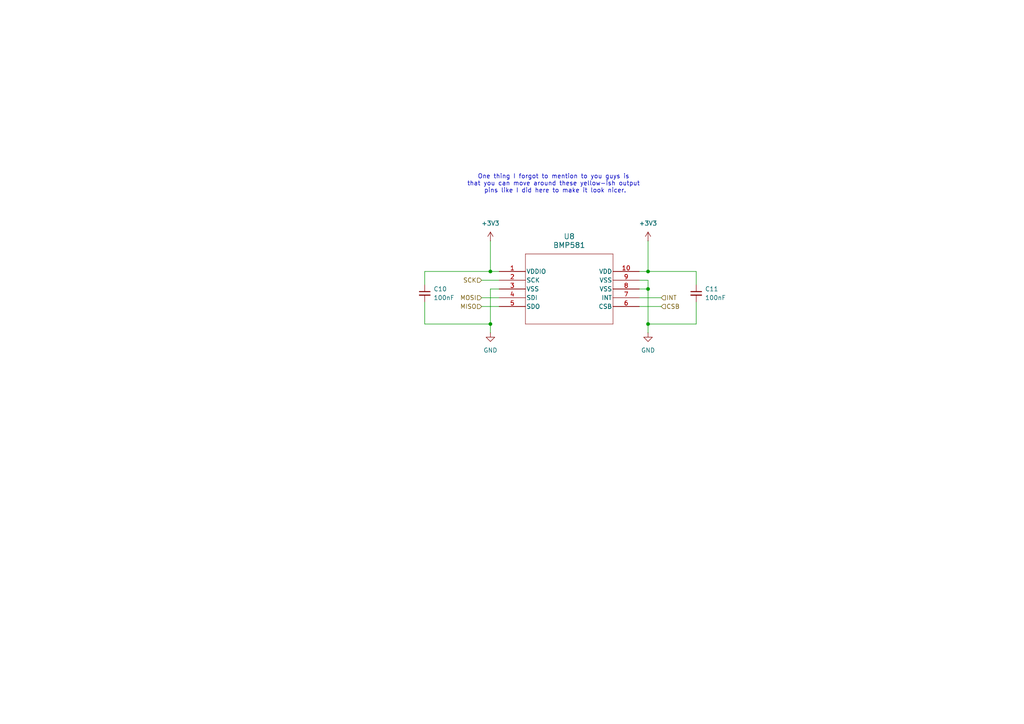
<source format=kicad_sch>
(kicad_sch (version 20250114) (generator "eeschema") (generator_version "9.0")
  (paper "A4")
  (lib_symbols
    (symbol "2025-10-01_18-19-23:BMP581" (pin_names (offset 0.254))
      (property "Reference" "U" (at 20.32 10.16 0))
      (property "Value" "BMP581" (at 20.32 7.62 0))
      (symbol "BMP581_0_1"
        (polyline (pts (xy 7.62 5.08) (xy 7.62 -15.24)) (stroke (width 0.127)))
        (polyline (pts (xy 7.62 -15.24) (xy 33.02 -15.24)) (stroke (width 0.127)))
        (polyline (pts (xy 33.02 5.08) (xy 7.62 5.08)) (stroke (width 0.127)))
        (polyline (pts (xy 33.02 -15.24) (xy 33.02 5.08)) (stroke (width 0.127)))
        (pin power_in line (at 0 0 0) (length 7.62) (name "VDDIO") (number "1"))
        (pin power_out line (at 0 -5.08 0) (length 7.62) (name "VSS") (number "3"))
        (pin power_in line (at 40.64 0 180) (length 7.62) (name "VDD") (number "10"))
        (pin power_out line (at 40.64 -2.54 180) (length 7.62) (name "VSS") (number "9"))
        (pin power_out line (at 40.64 -5.08 180) (length 7.62) (name "VSS") (number "8"))
        (pin input line (at 40.64 -7.62 180) (length 7.62) (name "INT") (number "7"))
      )
      (symbol "BMP581_1_1"
        (pin input line (at 0 -2.54 0) (length 7.62) (name "SCK") (number "2"))
        (pin input line (at 0 -7.62 0) (length 7.62) (name "SDI") (number "4"))
        (pin output line (at 0 -10.16 0) (length 7.62) (name "SDO") (number "5"))
        (pin input line (at 40.64 -10.16 180) (length 7.62) (name "CSB") (number "6"))
      )
    )
    (symbol "Device:C_Small" (pin_numbers (hide yes)) (pin_names (offset 0.254) (hide yes))
      (property "Reference" "C" (at 0.254 1.778 0))
      (property "Value" "C_Small" (at 0.254 -2.032 0))
      (symbol "C_Small_0_1"
        (polyline (pts (xy -1.524 0.508) (xy 1.524 0.508)) (stroke (width 0.3048)))
        (polyline (pts (xy -1.524 -0.508) (xy 1.524 -0.508)) (stroke (width 0.3302)))
      )
      (symbol "C_Small_1_1"
        (pin passive line (at 0 2.54 270) (length 2.032) (name "~") (number "1"))
        (pin passive line (at 0 -2.54 90) (length 2.032) (name "~") (number "2"))
      )
    )
    (symbol "power:+3V3" (power) (pin_numbers (hide yes)) (pin_names (offset 0) (hide yes))
      (property "Value" "+3V3" (at 0 3.556 0))
      (symbol "+3V3_0_1"
        (polyline (pts (xy -0.762 1.27) (xy 0 2.54)))
        (polyline (pts (xy 0 2.54) (xy 0.762 1.27)))
        (polyline (pts (xy 0 0) (xy 0 2.54)))
      )
      (symbol "+3V3_1_1"
        (pin power_in line (at 0 0 90) (length 0) (name "~") (number "1"))
      )
    )
    (symbol "power:GND" (power) (pin_numbers (hide yes)) (pin_names (offset 0) (hide yes))
      (property "Value" "GND" (at 0 -3.81 0))
      (symbol "GND_0_1"
        (polyline (pts (xy 0 0) (xy 0 -1.27) (xy 1.27 -1.27) (xy 0 -2.54) (xy -1.27 -1.27) (xy 0 -1.27)))
      )
      (symbol "GND_1_1"
        (pin power_in line (at 0 0 270) (length 0) (name "~") (number "1"))
      )
    )
  )
  (text "One thing I forgot to mention to you guys is \nthat you can move around these yellow-ish output \npins like I did here to make it look nicer." (at 161.036 53.34 0) (effects (font (size 1.27 1.27))))
  (junction (at 187.96 83.82))
  (junction (at 187.96 93.98))
  (junction (at 142.24 78.74))
  (junction (at 142.24 93.98))
  (junction (at 187.96 78.74))
  (wire (pts (xy 187.96 78.74) (xy 187.96 69.85)))
  (wire (pts (xy 142.24 93.98) (xy 142.24 83.82)))
  (wire (pts (xy 185.42 81.28) (xy 187.96 81.28)))
  (wire (pts (xy 139.7 81.28) (xy 144.78 81.28)))
  (wire (pts (xy 123.19 78.74) (xy 123.19 82.55)))
  (wire (pts (xy 187.96 93.98) (xy 187.96 96.52)))
  (wire (pts (xy 139.7 86.36) (xy 144.78 86.36)))
  (wire (pts (xy 201.93 82.55) (xy 201.93 78.74)))
  (wire (pts (xy 123.19 87.63) (xy 123.19 93.98)))
  (wire (pts (xy 201.93 87.63) (xy 201.93 93.98)))
  (wire (pts (xy 123.19 78.74) (xy 142.24 78.74)))
  (wire (pts (xy 185.42 78.74) (xy 187.96 78.74)))
  (wire (pts (xy 142.24 83.82) (xy 144.78 83.82)))
  (wire (pts (xy 187.96 83.82) (xy 187.96 93.98)))
  (wire (pts (xy 142.24 78.74) (xy 144.78 78.74)))
  (wire (pts (xy 142.24 96.52) (xy 142.24 93.98)))
  (wire (pts (xy 185.42 86.36) (xy 191.77 86.36)))
  (wire (pts (xy 185.42 88.9) (xy 191.77 88.9)))
  (wire (pts (xy 201.93 93.98) (xy 187.96 93.98)))
  (wire (pts (xy 187.96 81.28) (xy 187.96 83.82)))
  (wire (pts (xy 187.96 83.82) (xy 185.42 83.82)))
  (wire (pts (xy 142.24 69.85) (xy 142.24 78.74)))
  (wire (pts (xy 201.93 78.74) (xy 187.96 78.74)))
  (wire (pts (xy 123.19 93.98) (xy 142.24 93.98)))
  (wire (pts (xy 139.7 88.9) (xy 144.78 88.9)))
  (hierarchical_label "MOSI" (shape input) (at 139.7 86.36 180))
  (hierarchical_label "CSB" (shape input) (at 191.77 88.9 0))
  (hierarchical_label "INT" (shape input) (at 191.77 86.36 0))
  (hierarchical_label "MISO" (shape input) (at 139.7 88.9 180))
  (hierarchical_label "SCK" (shape input) (at 139.7 81.28 180))
  (symbol (lib_id "power:+3V3") (at 187.96 69.85 0) (unit 1)
    (property "Reference" "#PWR030" (effects (hide yes)))
    (property "Value" "+3V3" (at 187.96 64.77 0))
    (property "Description" "Power symbol creates a global label with name \"+3V3\"" (effects (hide yes)))
  )
  (symbol (lib_id "Device:C_Small") (at 201.93 85.09 0) (unit 1)
    (property "Reference" "C11" (at 204.47 83.8262 0) (effects (justify left)))
    (property "Value" "100nF" (at 204.47 86.3662 0) (effects (justify left)))
    (property "Footprint" "Capacitor_SMD:C_0603_1608Metric" (effects (hide yes)))
    (property "Description" "Unpolarized capacitor, small symbol" (effects (hide yes)))
  )
  (symbol (lib_id "power:GND") (at 187.96 96.52 0) (unit 1)
    (property "Reference" "#PWR031" (effects (hide yes)))
    (property "Value" "GND" (at 187.96 101.6 0))
    (property "Description" "Power symbol creates a global label with name \"GND\" , ground" (effects (hide yes)))
  )
  (symbol (lib_id "Device:C_Small") (at 123.19 85.09 0) (unit 1)
    (property "Reference" "C10" (at 125.73 83.8262 0) (effects (justify left)))
    (property "Value" "100nF" (at 125.73 86.3662 0) (effects (justify left)))
    (property "Footprint" "Capacitor_SMD:C_0603_1608Metric" (effects (hide yes)))
    (property "Description" "Unpolarized capacitor, small symbol" (effects (hide yes)))
  )
  (symbol (lib_id "2025-10-01_18-19-23:BMP581") (at 144.78 78.74 0) (unit 1)
    (property "Reference" "U8" (at 165.1 68.58 0) (effects (font (size 1.524 1.524))))
    (property "Value" "BMP581" (at 165.1 71.12 0) (effects (font (size 1.524 1.524))))
    (property "Footprint" "bmp581:QFN10_BMP581_BOS" (effects (hide yes)))
    (property "Datasheet" "BMP581" (effects (hide yes)))
  )
  (symbol (lib_id "power:+3V3") (at 142.24 69.85 0) (unit 1)
    (property "Reference" "#PWR028" (effects (hide yes)))
    (property "Value" "+3V3" (at 142.24 64.77 0))
    (property "Description" "Power symbol creates a global label with name \"+3V3\"" (effects (hide yes)))
  )
  (symbol (lib_id "power:GND") (at 142.24 96.52 0) (unit 1)
    (property "Reference" "#PWR029" (effects (hide yes)))
    (property "Value" "GND" (at 142.24 101.6 0))
    (property "Description" "Power symbol creates a global label with name \"GND\" , ground" (effects (hide yes)))
  )
)
</source>
